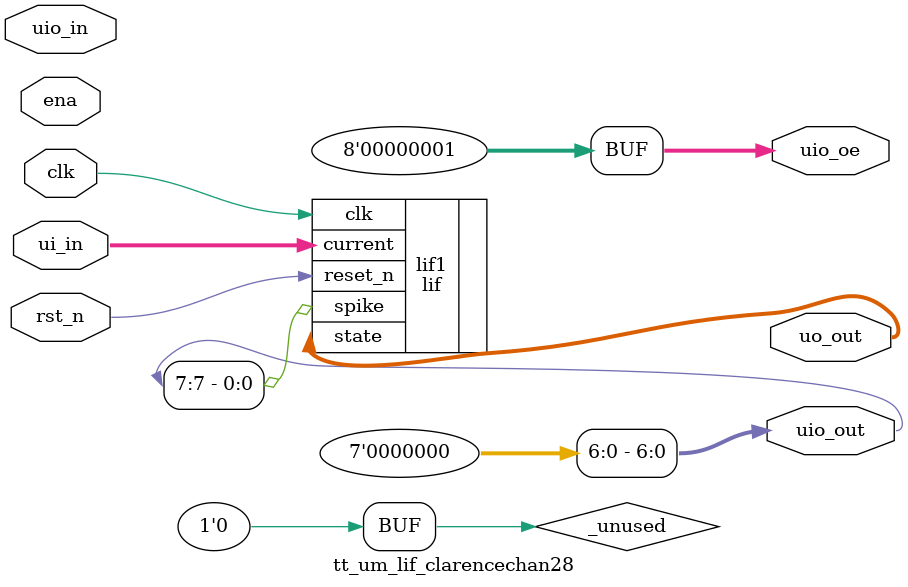
<source format=v>
/*
 * Copyright (c) 2024 Your Name
 * SPDX-License-Identifier: Apache-2.0
 */

`default_nettype none

module tt_um_lif_clarencechan28 (
    input  wire [7:0] ui_in,    // Dedicated inputs
    output wire [7:0] uo_out,   // Dedicated outputs
    input  wire [7:0] uio_in,   // IOs: Input path
    output wire [7:0] uio_out,  // IOs: Output path
    output wire [7:0] uio_oe,   // IOs: Enable path (active high: 0=input, 1=output)
    input  wire       ena,      // always 1 when the design is powered, so you can ignore it
    input  wire       clk,      // clock
    input  wire       rst_n     // reset_n - low to reset
);

  // All output pins must be assigned. If not used, assign to 0.
  assign uio_out [6:0] = 0;
  assign uio_oe  = 1;

  // List all unused inputs to prevent warnings
  wire _unused = &{ena, uio_in, 1'b0};

  // instantiate lif neuron
  lif lif1 (.current(ui_in), .spike(uio_out[7]), .state(uo_out), .clk(clk), .reset_n(rst_n));

endmodule

</source>
